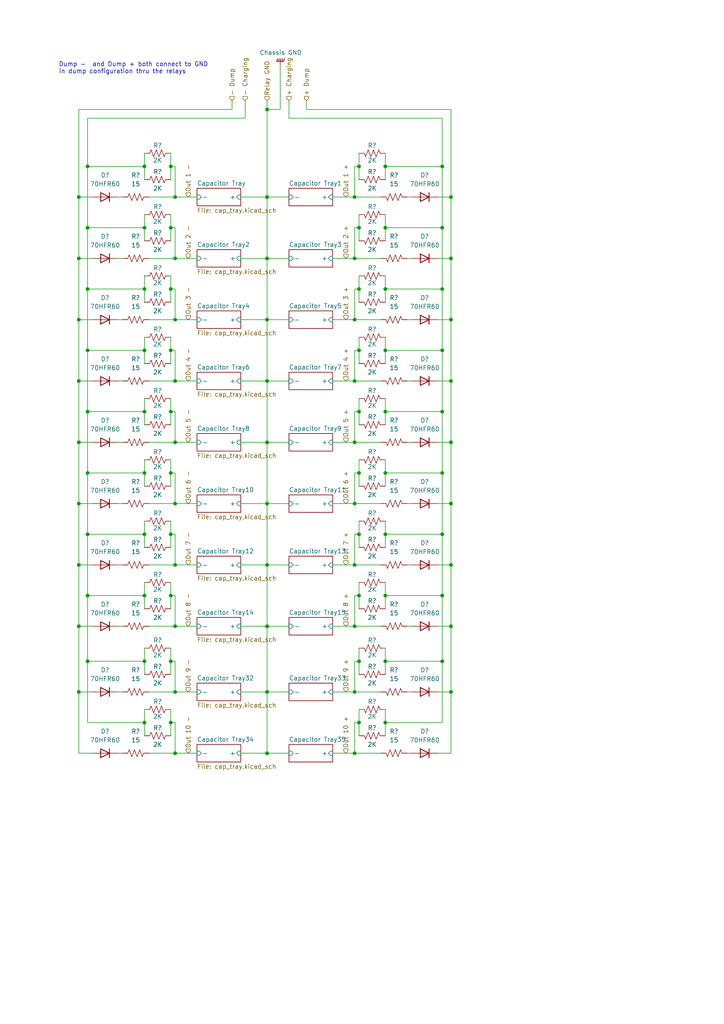
<source format=kicad_sch>
(kicad_sch (version 20250114) (generator "eeschema") (generator_version "9.0")
  (paper "A4" portrait)
  (lib_symbols
    (symbol "Device:D" (pin_numbers (hide yes)) (pin_names (offset 1.016) (hide yes))
      (property "Reference" "D" (at 0 2.54 0))
      (property "Value" "D" (at 0 -2.54 0))
      (symbol "D_0_1"
        (polyline (pts (xy -1.27 1.27) (xy -1.27 -1.27)) (stroke (width 0.254)))
        (polyline (pts (xy 1.27 1.27) (xy 1.27 -1.27) (xy -1.27 0) (xy 1.27 1.27)) (stroke (width 0.254)))
        (polyline (pts (xy 1.27 0) (xy -1.27 0)))
      )
      (symbol "D_1_1"
        (pin passive line (at -3.81 0 0) (length 2.54) (name "K") (number "1"))
        (pin passive line (at 3.81 0 180) (length 2.54) (name "A") (number "2"))
      )
    )
    (symbol "Device:R_US" (pin_numbers (hide yes)) (pin_names (offset 0))
      (property "Reference" "R" (at 2.54 0 90))
      (property "Value" "R_US" (at -2.54 0 90))
      (symbol "R_US_0_1"
        (polyline (pts (xy 0 2.286) (xy 0 2.54)))
        (polyline (pts (xy 0 2.286) (xy 1.016 1.905) (xy 0 1.524) (xy -1.016 1.143) (xy 0 0.762)))
        (polyline (pts (xy 0 0.762) (xy 1.016 0.381) (xy 0 0) (xy -1.016 -0.381) (xy 0 -0.762)))
        (polyline (pts (xy 0 -0.762) (xy 1.016 -1.143) (xy 0 -1.524) (xy -1.016 -1.905) (xy 0 -2.286)))
        (polyline (pts (xy 0 -2.286) (xy 0 -2.54)))
      )
      (symbol "R_US_1_1"
        (pin passive line (at 0 3.81 270) (length 1.27) (name "~") (number "1"))
        (pin passive line (at 0 -3.81 90) (length 1.27) (name "~") (number "2"))
      )
    )
    (symbol "power:GNDPWR" (power) (pin_numbers (hide yes)) (pin_names (offset 0) (hide yes))
      (property "Value" "GNDPWR" (at 0 -3.302 0))
      (symbol "GNDPWR_0_1"
        (polyline (pts (xy -1.016 -1.27) (xy -1.27 -2.032) (xy -1.27 -2.032)) (stroke (width 0.2032)))
        (polyline (pts (xy -0.508 -1.27) (xy -0.762 -2.032) (xy -0.762 -2.032)) (stroke (width 0.2032)))
        (polyline (pts (xy 0 -1.27) (xy 0 0)))
        (polyline (pts (xy 0 -1.27) (xy -0.254 -2.032) (xy -0.254 -2.032)) (stroke (width 0.2032)))
        (polyline (pts (xy 0.508 -1.27) (xy 0.254 -2.032) (xy 0.254 -2.032)) (stroke (width 0.2032)))
        (polyline (pts (xy 1.016 -1.27) (xy -1.016 -1.27) (xy -1.016 -1.27)) (stroke (width 0.2032)))
        (polyline (pts (xy 1.016 -1.27) (xy 0.762 -2.032) (xy 0.762 -2.032) (xy 0.762 -2.032)) (stroke (width 0.2032)))
      )
      (symbol "GNDPWR_1_1"
        (pin power_in line (at 0 0 270) (length 0) (name "~") (number "1"))
      )
    )
  )
  (text "Dump -  and Dump + both connect to GND\nin dump configuration thru the relays" (at 17.018 19.812 0) (effects (font (size 1.27 1.27)) (justify left)))
  (junction (at 111.76 154.94))
  (junction (at 102.87 218.44))
  (junction (at 77.47 163.83))
  (junction (at 77.47 200.66))
  (junction (at 49.53 48.26))
  (junction (at 22.86 57.15))
  (junction (at 49.53 101.6))
  (junction (at 111.76 66.04))
  (junction (at 77.47 218.44))
  (junction (at 41.91 209.55))
  (junction (at 41.91 66.04))
  (junction (at 130.81 57.15))
  (junction (at 41.91 119.38))
  (junction (at 77.47 181.61))
  (junction (at 41.91 191.77))
  (junction (at 41.91 172.72))
  (junction (at 22.86 163.83))
  (junction (at 25.4 191.77))
  (junction (at 50.8 163.83))
  (junction (at 49.53 191.77))
  (junction (at 22.86 128.27))
  (junction (at 102.87 181.61))
  (junction (at 22.86 200.66))
  (junction (at 25.4 172.72))
  (junction (at 49.53 209.55))
  (junction (at 104.14 119.38))
  (junction (at 102.87 74.93))
  (junction (at 25.4 83.82))
  (junction (at 104.14 48.26))
  (junction (at 111.76 209.55))
  (junction (at 104.14 172.72))
  (junction (at 49.53 83.82))
  (junction (at 50.8 57.15))
  (junction (at 50.8 92.71))
  (junction (at 104.14 83.82))
  (junction (at 41.91 83.82))
  (junction (at 130.81 181.61))
  (junction (at 102.87 92.71))
  (junction (at 130.81 92.71))
  (junction (at 104.14 137.16))
  (junction (at 104.14 191.77))
  (junction (at 77.47 31.75))
  (junction (at 102.87 200.66))
  (junction (at 102.87 57.15))
  (junction (at 111.76 191.77))
  (junction (at 22.86 92.71))
  (junction (at 130.81 200.66))
  (junction (at 111.76 137.16))
  (junction (at 50.8 146.05))
  (junction (at 50.8 110.49))
  (junction (at 130.81 110.49))
  (junction (at 49.53 154.94))
  (junction (at 50.8 74.93))
  (junction (at 50.8 128.27))
  (junction (at 25.4 66.04))
  (junction (at 128.27 137.16))
  (junction (at 128.27 191.77))
  (junction (at 111.76 119.38))
  (junction (at 22.86 110.49))
  (junction (at 50.8 200.66))
  (junction (at 111.76 101.6))
  (junction (at 22.86 181.61))
  (junction (at 49.53 172.72))
  (junction (at 77.47 128.27))
  (junction (at 25.4 101.6))
  (junction (at 25.4 137.16))
  (junction (at 77.47 110.49))
  (junction (at 102.87 110.49))
  (junction (at 104.14 101.6))
  (junction (at 128.27 172.72))
  (junction (at 49.53 137.16))
  (junction (at 128.27 48.26))
  (junction (at 77.47 92.71))
  (junction (at 25.4 48.26))
  (junction (at 102.87 128.27))
  (junction (at 130.81 163.83))
  (junction (at 111.76 172.72))
  (junction (at 128.27 119.38))
  (junction (at 77.47 74.93))
  (junction (at 111.76 48.26))
  (junction (at 104.14 154.94))
  (junction (at 111.76 83.82))
  (junction (at 77.47 146.05))
  (junction (at 102.87 163.83))
  (junction (at 77.47 57.15))
  (junction (at 50.8 218.44))
  (junction (at 104.14 209.55))
  (junction (at 128.27 154.94))
  (junction (at 25.4 154.94))
  (junction (at 22.86 74.93))
  (junction (at 130.81 128.27))
  (junction (at 130.81 74.93))
  (junction (at 41.91 48.26))
  (junction (at 41.91 137.16))
  (junction (at 41.91 154.94))
  (junction (at 128.27 83.82))
  (junction (at 128.27 66.04))
  (junction (at 49.53 119.38))
  (junction (at 130.81 146.05))
  (junction (at 41.91 101.6))
  (junction (at 102.87 146.05))
  (junction (at 128.27 101.6))
  (junction (at 104.14 66.04))
  (junction (at 25.4 119.38))
  (junction (at 49.53 66.04))
  (junction (at 22.86 146.05))
  (junction (at 50.8 181.61))
  (wire (pts (xy 110.49 57.15) (xy 102.87 57.15)))
  (wire (pts (xy 77.47 110.49) (xy 83.82 110.49)))
  (wire (pts (xy 119.38 110.49) (xy 118.11 110.49)))
  (wire (pts (xy 77.47 92.71) (xy 83.82 92.71)))
  (wire (pts (xy 111.76 44.45) (xy 111.76 48.26)))
  (wire (pts (xy 111.76 62.23) (xy 111.76 66.04)))
  (wire (pts (xy 49.53 172.72) (xy 50.8 172.72)))
  (wire (pts (xy 49.53 48.26) (xy 49.53 52.07)))
  (wire (pts (xy 111.76 154.94) (xy 111.76 158.75)))
  (wire (pts (xy 41.91 137.16) (xy 41.91 140.97)))
  (wire (pts (xy 102.87 137.16) (xy 102.87 146.05)))
  (wire (pts (xy 104.14 48.26) (xy 102.87 48.26)))
  (wire (pts (xy 41.91 187.96) (xy 41.91 191.77)))
  (wire (pts (xy 77.47 146.05) (xy 83.82 146.05)))
  (wire (pts (xy 43.18 146.05) (xy 50.8 146.05)))
  (wire (pts (xy 102.87 191.77) (xy 102.87 200.66)))
  (wire (pts (xy 111.76 119.38) (xy 111.76 123.19)))
  (wire (pts (xy 25.4 66.04) (xy 25.4 83.82)))
  (wire (pts (xy 130.81 181.61) (xy 127 181.61)))
  (wire (pts (xy 104.14 119.38) (xy 102.87 119.38)))
  (wire (pts (xy 22.86 200.66) (xy 26.67 200.66)))
  (wire (pts (xy 41.91 151.13) (xy 41.91 154.94)))
  (wire (pts (xy 50.8 74.93) (xy 57.15 74.93)))
  (wire (pts (xy 41.91 97.79) (xy 41.91 101.6)))
  (wire (pts (xy 130.81 110.49) (xy 127 110.49)))
  (wire (pts (xy 50.8 128.27) (xy 57.15 128.27)))
  (wire (pts (xy 128.27 66.04) (xy 128.27 83.82)))
  (wire (pts (xy 50.8 172.72) (xy 50.8 181.61)))
  (wire (pts (xy 111.76 83.82) (xy 111.76 87.63)))
  (wire (pts (xy 34.29 74.93) (xy 35.56 74.93)))
  (wire (pts (xy 49.53 137.16) (xy 50.8 137.16)))
  (wire (pts (xy 49.53 115.57) (xy 49.53 119.38)))
  (wire (pts (xy 102.87 154.94) (xy 102.87 163.83)))
  (wire (pts (xy 22.86 146.05) (xy 22.86 163.83)))
  (wire (pts (xy 88.9 31.75) (xy 130.81 31.75)))
  (wire (pts (xy 81.28 19.05) (xy 81.28 31.75)))
  (wire (pts (xy 130.81 163.83) (xy 127 163.83)))
  (wire (pts (xy 34.29 57.15) (xy 35.56 57.15)))
  (wire (pts (xy 77.47 74.93) (xy 83.82 74.93)))
  (wire (pts (xy 49.53 119.38) (xy 49.53 123.19)))
  (wire (pts (xy 104.14 62.23) (xy 104.14 66.04)))
  (wire (pts (xy 50.8 218.44) (xy 57.15 218.44)))
  (wire (pts (xy 25.4 34.29) (xy 71.12 34.29)))
  (wire (pts (xy 88.9 31.75) (xy 88.9 29.21)))
  (wire (pts (xy 111.76 151.13) (xy 111.76 154.94)))
  (wire (pts (xy 49.53 66.04) (xy 49.53 69.85)))
  (wire (pts (xy 128.27 137.16) (xy 128.27 154.94)))
  (wire (pts (xy 41.91 80.01) (xy 41.91 83.82)))
  (wire (pts (xy 111.76 209.55) (xy 111.76 213.36)))
  (wire (pts (xy 130.81 218.44) (xy 127 218.44)))
  (wire (pts (xy 130.81 181.61) (xy 130.81 200.66)))
  (wire (pts (xy 49.53 187.96) (xy 49.53 191.77)))
  (wire (pts (xy 104.14 119.38) (xy 104.14 123.19)))
  (wire (pts (xy 102.87 181.61) (xy 96.52 181.61)))
  (wire (pts (xy 130.81 31.75) (xy 130.81 57.15)))
  (wire (pts (xy 50.8 209.55) (xy 50.8 218.44)))
  (wire (pts (xy 41.91 62.23) (xy 41.91 66.04)))
  (wire (pts (xy 25.4 191.77) (xy 25.4 209.55)))
  (wire (pts (xy 22.86 181.61) (xy 22.86 200.66)))
  (wire (pts (xy 49.53 191.77) (xy 50.8 191.77)))
  (wire (pts (xy 130.81 128.27) (xy 127 128.27)))
  (wire (pts (xy 41.91 209.55) (xy 41.91 213.36)))
  (wire (pts (xy 111.76 115.57) (xy 111.76 119.38)))
  (wire (pts (xy 102.87 128.27) (xy 96.52 128.27)))
  (wire (pts (xy 22.86 163.83) (xy 26.67 163.83)))
  (wire (pts (xy 102.87 209.55) (xy 102.87 218.44)))
  (wire (pts (xy 110.49 146.05) (xy 102.87 146.05)))
  (wire (pts (xy 104.14 101.6) (xy 104.14 105.41)))
  (wire (pts (xy 22.86 57.15) (xy 26.67 57.15)))
  (wire (pts (xy 22.86 92.71) (xy 22.86 110.49)))
  (wire (pts (xy 49.53 154.94) (xy 50.8 154.94)))
  (wire (pts (xy 128.27 48.26) (xy 128.27 66.04)))
  (wire (pts (xy 49.53 62.23) (xy 49.53 66.04)))
  (wire (pts (xy 130.81 163.83) (xy 130.81 181.61)))
  (wire (pts (xy 102.87 66.04) (xy 102.87 74.93)))
  (wire (pts (xy 41.91 168.91) (xy 41.91 172.72)))
  (wire (pts (xy 128.27 119.38) (xy 128.27 137.16)))
  (wire (pts (xy 111.76 48.26) (xy 111.76 52.07)))
  (wire (pts (xy 77.47 146.05) (xy 77.47 163.83)))
  (wire (pts (xy 102.87 101.6) (xy 102.87 110.49)))
  (wire (pts (xy 71.12 29.21) (xy 71.12 34.29)))
  (wire (pts (xy 22.86 200.66) (xy 22.86 218.44)))
  (wire (pts (xy 111.76 205.74) (xy 111.76 209.55)))
  (wire (pts (xy 77.47 200.66) (xy 83.82 200.66)))
  (wire (pts (xy 25.4 101.6) (xy 25.4 119.38)))
  (wire (pts (xy 102.87 146.05) (xy 96.52 146.05)))
  (wire (pts (xy 104.14 101.6) (xy 102.87 101.6)))
  (wire (pts (xy 25.4 48.26) (xy 25.4 66.04)))
  (wire (pts (xy 102.87 110.49) (xy 96.52 110.49)))
  (wire (pts (xy 110.49 128.27) (xy 102.87 128.27)))
  (wire (pts (xy 130.81 57.15) (xy 127 57.15)))
  (wire (pts (xy 104.14 48.26) (xy 104.14 52.07)))
  (wire (pts (xy 22.86 74.93) (xy 26.67 74.93)))
  (wire (pts (xy 43.18 200.66) (xy 50.8 200.66)))
  (wire (pts (xy 50.8 66.04) (xy 50.8 74.93)))
  (wire (pts (xy 34.29 146.05) (xy 35.56 146.05)))
  (wire (pts (xy 50.8 57.15) (xy 57.15 57.15)))
  (wire (pts (xy 130.81 110.49) (xy 130.81 128.27)))
  (wire (pts (xy 104.14 154.94) (xy 102.87 154.94)))
  (wire (pts (xy 25.4 34.29) (xy 25.4 48.26)))
  (wire (pts (xy 69.85 92.71) (xy 77.47 92.71)))
  (wire (pts (xy 25.4 154.94) (xy 41.91 154.94)))
  (wire (pts (xy 25.4 172.72) (xy 25.4 191.77)))
  (wire (pts (xy 41.91 133.35) (xy 41.91 137.16)))
  (wire (pts (xy 69.85 57.15) (xy 77.47 57.15)))
  (wire (pts (xy 69.85 218.44) (xy 77.47 218.44)))
  (wire (pts (xy 119.38 128.27) (xy 118.11 128.27)))
  (wire (pts (xy 49.53 66.04) (xy 50.8 66.04)))
  (wire (pts (xy 25.4 137.16) (xy 41.91 137.16)))
  (wire (pts (xy 110.49 74.93) (xy 102.87 74.93)))
  (wire (pts (xy 104.14 97.79) (xy 104.14 101.6)))
  (wire (pts (xy 111.76 66.04) (xy 111.76 69.85)))
  (wire (pts (xy 49.53 209.55) (xy 50.8 209.55)))
  (wire (pts (xy 67.31 29.21) (xy 67.31 31.75)))
  (wire (pts (xy 110.49 110.49) (xy 102.87 110.49)))
  (wire (pts (xy 104.14 133.35) (xy 104.14 137.16)))
  (wire (pts (xy 77.47 57.15) (xy 77.47 74.93)))
  (wire (pts (xy 111.76 97.79) (xy 111.76 101.6)))
  (wire (pts (xy 130.81 146.05) (xy 127 146.05)))
  (wire (pts (xy 102.87 218.44) (xy 96.52 218.44)))
  (wire (pts (xy 49.53 80.01) (xy 49.53 83.82)))
  (wire (pts (xy 104.14 137.16) (xy 102.87 137.16)))
  (wire (pts (xy 41.91 66.04) (xy 41.91 69.85)))
  (wire (pts (xy 119.38 57.15) (xy 118.11 57.15)))
  (wire (pts (xy 110.49 181.61) (xy 102.87 181.61)))
  (wire (pts (xy 22.86 181.61) (xy 26.67 181.61)))
  (wire (pts (xy 43.18 163.83) (xy 50.8 163.83)))
  (wire (pts (xy 41.91 44.45) (xy 41.91 48.26)))
  (wire (pts (xy 49.53 172.72) (xy 49.53 176.53)))
  (wire (pts (xy 41.91 119.38) (xy 41.91 123.19)))
  (wire (pts (xy 67.31 31.75) (xy 22.86 31.75)))
  (wire (pts (xy 104.14 154.94) (xy 104.14 158.75)))
  (wire (pts (xy 43.18 74.93) (xy 50.8 74.93)))
  (wire (pts (xy 34.29 92.71) (xy 35.56 92.71)))
  (wire (pts (xy 104.14 172.72) (xy 104.14 176.53)))
  (wire (pts (xy 22.86 128.27) (xy 22.86 146.05)))
  (wire (pts (xy 22.86 31.75) (xy 22.86 57.15)))
  (wire (pts (xy 119.38 146.05) (xy 118.11 146.05)))
  (wire (pts (xy 69.85 74.93) (xy 77.47 74.93)))
  (wire (pts (xy 69.85 110.49) (xy 77.47 110.49)))
  (wire (pts (xy 104.14 172.72) (xy 102.87 172.72)))
  (wire (pts (xy 69.85 200.66) (xy 77.47 200.66)))
  (wire (pts (xy 104.14 191.77) (xy 102.87 191.77)))
  (wire (pts (xy 77.47 218.44) (xy 83.82 218.44)))
  (wire (pts (xy 128.27 119.38) (xy 111.76 119.38)))
  (wire (pts (xy 77.47 29.21) (xy 77.47 31.75)))
  (wire (pts (xy 34.29 163.83) (xy 35.56 163.83)))
  (wire (pts (xy 25.4 191.77) (xy 41.91 191.77)))
  (wire (pts (xy 104.14 191.77) (xy 104.14 195.58)))
  (wire (pts (xy 43.18 128.27) (xy 50.8 128.27)))
  (wire (pts (xy 50.8 146.05) (xy 57.15 146.05)))
  (wire (pts (xy 49.53 209.55) (xy 49.53 213.36)))
  (wire (pts (xy 22.86 110.49) (xy 26.67 110.49)))
  (wire (pts (xy 25.4 137.16) (xy 25.4 154.94)))
  (wire (pts (xy 104.14 209.55) (xy 102.87 209.55)))
  (wire (pts (xy 25.4 172.72) (xy 41.91 172.72)))
  (wire (pts (xy 102.87 57.15) (xy 96.52 57.15)))
  (wire (pts (xy 102.87 172.72) (xy 102.87 181.61)))
  (wire (pts (xy 130.81 92.71) (xy 127 92.71)))
  (wire (pts (xy 50.8 137.16) (xy 50.8 146.05)))
  (wire (pts (xy 119.38 181.61) (xy 118.11 181.61)))
  (wire (pts (xy 41.91 115.57) (xy 41.91 119.38)))
  (wire (pts (xy 50.8 119.38) (xy 50.8 128.27)))
  (wire (pts (xy 34.29 181.61) (xy 35.56 181.61)))
  (wire (pts (xy 130.81 200.66) (xy 127 200.66)))
  (wire (pts (xy 22.86 218.44) (xy 26.67 218.44)))
  (wire (pts (xy 34.29 218.44) (xy 35.56 218.44)))
  (wire (pts (xy 49.53 133.35) (xy 49.53 137.16)))
  (wire (pts (xy 102.87 83.82) (xy 102.87 92.71)))
  (wire (pts (xy 111.76 101.6) (xy 111.76 105.41)))
  (wire (pts (xy 77.47 31.75) (xy 81.28 31.75)))
  (wire (pts (xy 50.8 48.26) (xy 50.8 57.15)))
  (wire (pts (xy 110.49 92.71) (xy 102.87 92.71)))
  (wire (pts (xy 43.18 218.44) (xy 50.8 218.44)))
  (wire (pts (xy 104.14 115.57) (xy 104.14 119.38)))
  (wire (pts (xy 77.47 128.27) (xy 77.47 146.05)))
  (wire (pts (xy 128.27 83.82) (xy 128.27 101.6)))
  (wire (pts (xy 34.29 128.27) (xy 35.56 128.27)))
  (wire (pts (xy 50.8 101.6) (xy 50.8 110.49)))
  (wire (pts (xy 50.8 83.82) (xy 50.8 92.71)))
  (wire (pts (xy 50.8 110.49) (xy 57.15 110.49)))
  (wire (pts (xy 49.53 137.16) (xy 49.53 140.97)))
  (wire (pts (xy 119.38 200.66) (xy 118.11 200.66)))
  (wire (pts (xy 119.38 92.71) (xy 118.11 92.71)))
  (wire (pts (xy 22.86 163.83) (xy 22.86 181.61)))
  (wire (pts (xy 130.81 128.27) (xy 130.81 146.05)))
  (wire (pts (xy 43.18 92.71) (xy 50.8 92.71)))
  (wire (pts (xy 49.53 151.13) (xy 49.53 154.94)))
  (wire (pts (xy 128.27 34.29) (xy 83.82 34.29)))
  (wire (pts (xy 128.27 209.55) (xy 111.76 209.55)))
  (wire (pts (xy 41.91 101.6) (xy 41.91 105.41)))
  (wire (pts (xy 34.29 200.66) (xy 35.56 200.66)))
  (wire (pts (xy 128.27 101.6) (xy 111.76 101.6)))
  (wire (pts (xy 69.85 181.61) (xy 77.47 181.61)))
  (wire (pts (xy 22.86 128.27) (xy 26.67 128.27)))
  (wire (pts (xy 111.76 137.16) (xy 111.76 140.97)))
  (wire (pts (xy 49.53 48.26) (xy 50.8 48.26)))
  (wire (pts (xy 49.53 168.91) (xy 49.53 172.72)))
  (wire (pts (xy 104.14 66.04) (xy 104.14 69.85)))
  (wire (pts (xy 104.14 209.55) (xy 104.14 213.36)))
  (wire (pts (xy 25.4 83.82) (xy 25.4 101.6)))
  (wire (pts (xy 43.18 57.15) (xy 50.8 57.15)))
  (wire (pts (xy 41.91 191.77) (xy 41.91 195.58)))
  (wire (pts (xy 77.47 31.75) (xy 77.47 57.15)))
  (wire (pts (xy 130.81 200.66) (xy 130.81 218.44)))
  (wire (pts (xy 77.47 110.49) (xy 77.47 128.27)))
  (wire (pts (xy 111.76 187.96) (xy 111.76 191.77)))
  (wire (pts (xy 49.53 154.94) (xy 49.53 158.75)))
  (wire (pts (xy 111.76 80.01) (xy 111.76 83.82)))
  (wire (pts (xy 25.4 119.38) (xy 41.91 119.38)))
  (wire (pts (xy 22.86 146.05) (xy 26.67 146.05)))
  (wire (pts (xy 41.91 48.26) (xy 41.91 52.07)))
  (wire (pts (xy 130.81 74.93) (xy 130.81 92.71)))
  (wire (pts (xy 104.14 187.96) (xy 104.14 191.77)))
  (wire (pts (xy 25.4 66.04) (xy 41.91 66.04)))
  (wire (pts (xy 128.27 172.72) (xy 111.76 172.72)))
  (wire (pts (xy 104.14 66.04) (xy 102.87 66.04)))
  (wire (pts (xy 25.4 101.6) (xy 41.91 101.6)))
  (wire (pts (xy 77.47 200.66) (xy 77.47 218.44)))
  (wire (pts (xy 22.86 92.71) (xy 26.67 92.71)))
  (wire (pts (xy 102.87 163.83) (xy 96.52 163.83)))
  (wire (pts (xy 50.8 181.61) (xy 57.15 181.61)))
  (wire (pts (xy 102.87 119.38) (xy 102.87 128.27)))
  (wire (pts (xy 50.8 200.66) (xy 57.15 200.66)))
  (wire (pts (xy 104.14 151.13) (xy 104.14 154.94)))
  (wire (pts (xy 119.38 74.93) (xy 118.11 74.93)))
  (wire (pts (xy 119.38 218.44) (xy 118.11 218.44)))
  (wire (pts (xy 130.81 74.93) (xy 127 74.93)))
  (wire (pts (xy 50.8 92.71) (xy 57.15 92.71)))
  (wire (pts (xy 49.53 205.74) (xy 49.53 209.55)))
  (wire (pts (xy 104.14 83.82) (xy 104.14 87.63)))
  (wire (pts (xy 130.81 57.15) (xy 130.81 74.93)))
  (wire (pts (xy 102.87 74.93) (xy 96.52 74.93)))
  (wire (pts (xy 77.47 181.61) (xy 83.82 181.61)))
  (wire (pts (xy 25.4 48.26) (xy 41.91 48.26)))
  (wire (pts (xy 77.47 74.93) (xy 77.47 92.71)))
  (wire (pts (xy 77.47 92.71) (xy 77.47 110.49)))
  (wire (pts (xy 49.53 101.6) (xy 50.8 101.6)))
  (wire (pts (xy 77.47 163.83) (xy 83.82 163.83)))
  (wire (pts (xy 128.27 191.77) (xy 111.76 191.77)))
  (wire (pts (xy 128.27 172.72) (xy 128.27 191.77)))
  (wire (pts (xy 25.4 83.82) (xy 41.91 83.82)))
  (wire (pts (xy 41.91 172.72) (xy 41.91 176.53)))
  (wire (pts (xy 49.53 191.77) (xy 49.53 195.58)))
  (wire (pts (xy 102.87 92.71) (xy 96.52 92.71)))
  (wire (pts (xy 41.91 154.94) (xy 41.91 158.75)))
  (wire (pts (xy 34.29 110.49) (xy 35.56 110.49)))
  (wire (pts (xy 25.4 209.55) (xy 41.91 209.55)))
  (wire (pts (xy 128.27 34.29) (xy 128.27 48.26)))
  (wire (pts (xy 102.87 200.66) (xy 96.52 200.66)))
  (wire (pts (xy 130.81 146.05) (xy 130.81 163.83)))
  (wire (pts (xy 77.47 181.61) (xy 77.47 200.66)))
  (wire (pts (xy 128.27 66.04) (xy 111.76 66.04)))
  (wire (pts (xy 111.76 172.72) (xy 111.76 176.53)))
  (wire (pts (xy 41.91 83.82) (xy 41.91 87.63)))
  (wire (pts (xy 128.27 48.26) (xy 111.76 48.26)))
  (wire (pts (xy 128.27 191.77) (xy 128.27 209.55)))
  (wire (pts (xy 41.91 205.74) (xy 41.91 209.55)))
  (wire (pts (xy 104.14 137.16) (xy 104.14 140.97)))
  (wire (pts (xy 110.49 200.66) (xy 102.87 200.66)))
  (wire (pts (xy 104.14 44.45) (xy 104.14 48.26)))
  (wire (pts (xy 50.8 191.77) (xy 50.8 200.66)))
  (wire (pts (xy 49.53 97.79) (xy 49.53 101.6)))
  (wire (pts (xy 25.4 119.38) (xy 25.4 137.16)))
  (wire (pts (xy 104.14 83.82) (xy 102.87 83.82)))
  (wire (pts (xy 128.27 154.94) (xy 128.27 172.72)))
  (wire (pts (xy 50.8 163.83) (xy 57.15 163.83)))
  (wire (pts (xy 49.53 83.82) (xy 49.53 87.63)))
  (wire (pts (xy 119.38 163.83) (xy 118.11 163.83)))
  (wire (pts (xy 111.76 133.35) (xy 111.76 137.16)))
  (wire (pts (xy 128.27 137.16) (xy 111.76 137.16)))
  (wire (pts (xy 25.4 154.94) (xy 25.4 172.72)))
  (wire (pts (xy 104.14 205.74) (xy 104.14 209.55)))
  (wire (pts (xy 111.76 191.77) (xy 111.76 195.58)))
  (wire (pts (xy 110.49 163.83) (xy 102.87 163.83)))
  (wire (pts (xy 22.86 110.49) (xy 22.86 128.27)))
  (wire (pts (xy 104.14 80.01) (xy 104.14 83.82)))
  (wire (pts (xy 130.81 92.71) (xy 130.81 110.49)))
  (wire (pts (xy 104.14 168.91) (xy 104.14 172.72)))
  (wire (pts (xy 49.53 83.82) (xy 50.8 83.82)))
  (wire (pts (xy 102.87 48.26) (xy 102.87 57.15)))
  (wire (pts (xy 111.76 168.91) (xy 111.76 172.72)))
  (wire (pts (xy 110.49 218.44) (xy 102.87 218.44)))
  (wire (pts (xy 22.86 74.93) (xy 22.86 92.71)))
  (wire (pts (xy 22.86 57.15) (xy 22.86 74.93)))
  (wire (pts (xy 49.53 44.45) (xy 49.53 48.26)))
  (wire (pts (xy 43.18 110.49) (xy 50.8 110.49)))
  (wire (pts (xy 128.27 83.82) (xy 111.76 83.82)))
  (wire (pts (xy 69.85 146.05) (xy 77.47 146.05)))
  (wire (pts (xy 77.47 57.15) (xy 83.82 57.15)))
  (wire (pts (xy 43.18 181.61) (xy 50.8 181.61)))
  (wire (pts (xy 83.82 34.29) (xy 83.82 29.21)))
  (wire (pts (xy 128.27 101.6) (xy 128.27 119.38)))
  (wire (pts (xy 77.47 163.83) (xy 77.47 181.61)))
  (wire (pts (xy 77.47 128.27) (xy 83.82 128.27)))
  (wire (pts (xy 50.8 154.94) (xy 50.8 163.83)))
  (wire (pts (xy 69.85 128.27) (xy 77.47 128.27)))
  (wire (pts (xy 128.27 154.94) (xy 111.76 154.94)))
  (wire (pts (xy 49.53 101.6) (xy 49.53 105.41)))
  (wire (pts (xy 49.53 119.38) (xy 50.8 119.38)))
  (wire (pts (xy 69.85 163.83) (xy 77.47 163.83)))
  (hierarchical_label "Out 8 +" (shape input) (at 100.33 181.61 90))
  (hierarchical_label "Out 9 -" (shape input) (at 54.61 200.66 90))
  (hierarchical_label "Out 4 +" (shape input) (at 100.33 110.49 90))
  (hierarchical_label "Out 3 -" (shape input) (at 54.61 92.71 90))
  (hierarchical_label "Out 10 -" (shape input) (at 54.61 218.44 90))
  (hierarchical_label "Out 2 +" (shape input) (at 100.33 74.93 90))
  (hierarchical_label "Out 10 +" (shape input) (at 100.33 218.44 90))
  (hierarchical_label "Out 9 +" (shape input) (at 100.33 200.66 90))
  (hierarchical_label "Out 1 -" (shape input) (at 54.61 57.15 90))
  (hierarchical_label "- Dump" (shape input) (at 67.31 29.21 90))
  (hierarchical_label "Out 6 -" (shape input) (at 54.61 146.05 90))
  (hierarchical_label "Out 8 -" (shape input) (at 54.61 181.61 90))
  (hierarchical_label "Out 5 +" (shape input) (at 100.33 128.27 90))
  (hierarchical_label "Relay GND" (shape input) (at 77.47 29.21 90))
  (hierarchical_label "Out 2 -" (shape input) (at 54.61 74.93 90))
  (hierarchical_label "Out 3 +" (shape input) (at 100.33 92.71 90))
  (hierarchical_label "Out 4 -" (shape input) (at 54.61 110.49 90))
  (hierarchical_label "Out 6 +" (shape input) (at 100.33 146.05 90))
  (hierarchical_label "+ Dump" (shape input) (at 88.9 29.21 90))
  (hierarchical_label "+ Charging" (shape input) (at 83.82 29.21 90))
  (hierarchical_label "Out 7 -" (shape input) (at 54.61 163.83 90))
  (hierarchical_label "Out 1 +" (shape input) (at 100.33 57.15 90))
  (hierarchical_label "- Charging" (shape input) (at 71.12 29.21 90))
  (hierarchical_label "Out 7 +" (shape input) (at 100.33 163.83 90))
  (hierarchical_label "Out 5 -" (shape input) (at 54.61 128.27 90))
  (symbol (lib_id "Device:R_US") (at 45.72 44.45 90) (unit 1)
    (property "Reference" "R?" (at 45.72 42.164 90))
    (property "Value" "2K" (at 45.72 46.482 90))
    (property "Description" "Resistor, US symbol" (effects (hide yes)))
  )
  (symbol (lib_id "Device:D") (at 30.48 92.71 180) (unit 1)
    (property "Reference" "D?" (at 30.48 86.36 0))
    (property "Value" "70HFR60" (at 30.48 88.9 0))
    (property "Description" "Diode" (effects (hide yes)))
    (property "Sim.Device" "D" (effects (hide yes)))
    (property "Sim.Pins" "1=K 2=A" (effects (hide yes)))
  )
  (symbol (lib_id "Device:R_US") (at 45.72 115.57 90) (unit 1)
    (property "Reference" "R?" (at 45.72 113.284 90))
    (property "Value" "2K" (at 45.72 117.602 90))
    (property "Description" "Resistor, US symbol" (effects (hide yes)))
  )
  (symbol (lib_id "Device:R_US") (at 107.95 195.58 270) (mirror x) (unit 1)
    (property "Reference" "R?" (at 107.95 193.294 90))
    (property "Value" "2K" (at 107.95 198.12 90))
    (property "Description" "Resistor, US symbol" (effects (hide yes)))
  )
  (symbol (lib_id "Device:R_US") (at 107.95 123.19 270) (mirror x) (unit 1)
    (property "Reference" "R?" (at 107.95 120.904 90))
    (property "Value" "2K" (at 107.95 125.73 90))
    (property "Description" "Resistor, US symbol" (effects (hide yes)))
  )
  (symbol (lib_id "Device:R_US") (at 39.37 181.61 90) (unit 1)
    (property "Reference" "R?" (at 39.37 175.26 90))
    (property "Value" "15" (at 39.37 177.8 90))
    (property "Description" "Resistor, US symbol" (effects (hide yes)))
  )
  (symbol (lib_id "Device:R_US") (at 45.72 140.97 90) (unit 1)
    (property "Reference" "R?" (at 45.72 138.684 90))
    (property "Value" "2K" (at 45.72 143.51 90))
    (property "Description" "Resistor, US symbol" (effects (hide yes)))
  )
  (symbol (lib_id "Device:R_US") (at 107.95 151.13 270) (mirror x) (unit 1)
    (property "Reference" "R?" (at 107.95 148.844 90))
    (property "Value" "2K" (at 107.95 153.162 90))
    (property "Description" "Resistor, US symbol" (effects (hide yes)))
  )
  (symbol (lib_id "Device:R_US") (at 45.72 80.01 90) (unit 1)
    (property "Reference" "R?" (at 45.72 77.724 90))
    (property "Value" "2K" (at 45.72 82.042 90))
    (property "Description" "Resistor, US symbol" (effects (hide yes)))
  )
  (symbol (lib_id "Device:R_US") (at 45.72 133.35 90) (unit 1)
    (property "Reference" "R?" (at 45.72 131.064 90))
    (property "Value" "2K" (at 45.72 135.382 90))
    (property "Description" "Resistor, US symbol" (effects (hide yes)))
  )
  (symbol (lib_id "Device:R_US") (at 39.37 74.93 90) (unit 1)
    (property "Reference" "R?" (at 39.37 68.58 90))
    (property "Value" "15" (at 39.37 71.12 90))
    (property "Description" "Resistor, US symbol" (effects (hide yes)))
  )
  (symbol (lib_id "Device:D") (at 30.48 74.93 180) (unit 1)
    (property "Reference" "D?" (at 30.48 68.58 0))
    (property "Value" "70HFR60" (at 30.48 71.12 0))
    (property "Description" "Diode" (effects (hide yes)))
    (property "Sim.Device" "D" (effects (hide yes)))
    (property "Sim.Pins" "1=K 2=A" (effects (hide yes)))
  )
  (symbol (lib_id "power:GNDPWR") (at 81.28 19.05 180) (unit 1)
    (property "Reference" "#PWR01" (effects (hide yes)))
    (property "Value" "Chassis GND" (at 81.407 15.24 0))
    (property "Description" "Power symbol creates a global label with name \"GNDPWR\" , global ground" (effects (hide yes)))
    (instances (project "Power_Systems_Complete" (path "" (reference "#PWR0167") (unit 1)) (path "" (reference "#PWR01") (unit 1)) (path "" (reference "#PWR086") (unit 1)) (path "" (reference "#PWR0216") (unit 1))))
  )
  (symbol (lib_id "Device:D") (at 30.48 218.44 180) (unit 1)
    (property "Reference" "D?" (at 30.48 212.09 0))
    (property "Value" "70HFR60" (at 30.48 214.63 0))
    (property "Description" "Diode" (effects (hide yes)))
    (property "Sim.Device" "D" (effects (hide yes)))
    (property "Sim.Pins" "1=K 2=A" (effects (hide yes)))
  )
  (symbol (lib_id "Device:R_US") (at 45.72 158.75 90) (unit 1)
    (property "Reference" "R?" (at 45.72 156.464 90))
    (property "Value" "2K" (at 45.72 161.29 90))
    (property "Description" "Resistor, US symbol" (effects (hide yes)))
  )
  (symbol (lib_id "Device:R_US") (at 107.95 115.57 270) (mirror x) (unit 1)
    (property "Reference" "R?" (at 107.95 113.284 90))
    (property "Value" "2K" (at 107.95 117.602 90))
    (property "Description" "Resistor, US symbol" (effects (hide yes)))
  )
  (symbol (lib_id "Device:R_US") (at 107.95 69.85 270) (mirror x) (unit 1)
    (property "Reference" "R?" (at 107.95 67.564 90))
    (property "Value" "2K" (at 107.95 72.39 90))
    (property "Description" "Resistor, US symbol" (effects (hide yes)))
  )
  (symbol (lib_id "Device:R_US") (at 45.72 151.13 90) (unit 1)
    (property "Reference" "R?" (at 45.72 148.844 90))
    (property "Value" "2K" (at 45.72 153.162 90))
    (property "Description" "Resistor, US symbol" (effects (hide yes)))
  )
  (symbol (lib_id "Device:D") (at 123.19 110.49 0) (mirror y) (unit 1)
    (property "Reference" "D?" (at 123.19 104.14 0))
    (property "Value" "70HFR60" (at 123.19 106.68 0))
    (property "Description" "Diode" (effects (hide yes)))
    (property "Sim.Device" "D" (effects (hide yes)))
    (property "Sim.Pins" "1=K 2=A" (effects (hide yes)))
  )
  (symbol (lib_id "Device:R_US") (at 39.37 146.05 90) (unit 1)
    (property "Reference" "R?" (at 39.37 139.7 90))
    (property "Value" "15" (at 39.37 142.24 90))
    (property "Description" "Resistor, US symbol" (effects (hide yes)))
  )
  (symbol (lib_id "Device:R_US") (at 107.95 97.79 270) (mirror x) (unit 1)
    (property "Reference" "R?" (at 107.95 95.504 90))
    (property "Value" "2K" (at 107.95 99.822 90))
    (property "Description" "Resistor, US symbol" (effects (hide yes)))
  )
  (symbol (lib_id "Device:D") (at 123.19 128.27 0) (mirror y) (unit 1)
    (property "Reference" "D?" (at 123.19 121.92 0))
    (property "Value" "70HFR60" (at 123.19 124.46 0))
    (property "Description" "Diode" (effects (hide yes)))
    (property "Sim.Device" "D" (effects (hide yes)))
    (property "Sim.Pins" "1=K 2=A" (effects (hide yes)))
  )
  (symbol (lib_id "Device:D") (at 30.48 57.15 180) (unit 1)
    (property "Reference" "D?" (at 30.48 50.8 0))
    (property "Value" "70HFR60" (at 30.48 53.34 0))
    (property "Description" "Diode" (effects (hide yes)))
    (property "Sim.Device" "D" (effects (hide yes)))
    (property "Sim.Pins" "1=K 2=A" (effects (hide yes)))
  )
  (symbol (lib_id "Device:R_US") (at 107.95 158.75 270) (mirror x) (unit 1)
    (property "Reference" "R?" (at 107.95 156.464 90))
    (property "Value" "2K" (at 107.95 161.29 90))
    (property "Description" "Resistor, US symbol" (effects (hide yes)))
  )
  (symbol (lib_id "Device:D") (at 123.19 74.93 0) (mirror y) (unit 1)
    (property "Reference" "D?" (at 123.19 68.58 0))
    (property "Value" "70HFR60" (at 123.19 71.12 0))
    (property "Description" "Diode" (effects (hide yes)))
    (property "Sim.Device" "D" (effects (hide yes)))
    (property "Sim.Pins" "1=K 2=A" (effects (hide yes)))
  )
  (symbol (lib_id "Device:R_US") (at 107.95 205.74 270) (mirror x) (unit 1)
    (property "Reference" "R?" (at 107.95 203.454 90))
    (property "Value" "2K" (at 107.95 207.772 90))
    (property "Description" "Resistor, US symbol" (effects (hide yes)))
  )
  (symbol (lib_id "Device:R_US") (at 114.3 218.44 270) (mirror x) (unit 1)
    (property "Reference" "R?" (at 114.3 212.09 90))
    (property "Value" "15" (at 114.3 214.63 90))
    (property "Description" "Resistor, US symbol" (effects (hide yes)))
  )
  (symbol (lib_id "Device:R_US") (at 45.72 52.07 90) (unit 1)
    (property "Reference" "R?" (at 45.72 49.784 90))
    (property "Value" "2K" (at 45.72 54.61 90))
    (property "Description" "Resistor, US symbol" (effects (hide yes)))
  )
  (symbol (lib_id "Device:R_US") (at 107.95 80.01 270) (mirror x) (unit 1)
    (property "Reference" "R?" (at 107.95 77.724 90))
    (property "Value" "2K" (at 107.95 82.042 90))
    (property "Description" "Resistor, US symbol" (effects (hide yes)))
  )
  (symbol (lib_id "Device:R_US") (at 45.72 168.91 90) (unit 1)
    (property "Reference" "R?" (at 45.72 166.624 90))
    (property "Value" "2K" (at 45.72 170.942 90))
    (property "Description" "Resistor, US symbol" (effects (hide yes)))
  )
  (symbol (lib_id "Device:R_US") (at 107.95 105.41 270) (mirror x) (unit 1)
    (property "Reference" "R?" (at 107.95 103.124 90))
    (property "Value" "2K" (at 107.95 107.95 90))
    (property "Description" "Resistor, US symbol" (effects (hide yes)))
  )
  (symbol (lib_id "Device:R_US") (at 45.72 105.41 90) (unit 1)
    (property "Reference" "R?" (at 45.72 103.124 90))
    (property "Value" "2K" (at 45.72 107.95 90))
    (property "Description" "Resistor, US symbol" (effects (hide yes)))
  )
  (symbol (lib_id "Device:R_US") (at 114.3 128.27 270) (mirror x) (unit 1)
    (property "Reference" "R?" (at 114.3 121.92 90))
    (property "Value" "15" (at 114.3 124.46 90))
    (property "Description" "Resistor, US symbol" (effects (hide yes)))
  )
  (symbol (lib_id "Device:R_US") (at 45.72 205.74 90) (unit 1)
    (property "Reference" "R?" (at 45.72 203.454 90))
    (property "Value" "2K" (at 45.72 207.772 90))
    (property "Description" "Resistor, US symbol" (effects (hide yes)))
  )
  (symbol (lib_id "Device:R_US") (at 107.95 187.96 270) (mirror x) (unit 1)
    (property "Reference" "R?" (at 107.95 185.674 90))
    (property "Value" "2K" (at 107.95 189.992 90))
    (property "Description" "Resistor, US symbol" (effects (hide yes)))
  )
  (symbol (lib_id "Device:R_US") (at 114.3 163.83 270) (mirror x) (unit 1)
    (property "Reference" "R?" (at 114.3 157.48 90))
    (property "Value" "15" (at 114.3 160.02 90))
    (property "Description" "Resistor, US symbol" (effects (hide yes)))
  )
  (symbol (lib_id "Device:R_US") (at 39.37 163.83 90) (unit 1)
    (property "Reference" "R?" (at 39.37 157.48 90))
    (property "Value" "15" (at 39.37 160.02 90))
    (property "Description" "Resistor, US symbol" (effects (hide yes)))
  )
  (symbol (lib_id "Device:R_US") (at 39.37 92.71 90) (unit 1)
    (property "Reference" "R?" (at 39.37 86.36 90))
    (property "Value" "15" (at 39.37 88.9 90))
    (property "Description" "Resistor, US symbol" (effects (hide yes)))
  )
  (symbol (lib_id "Device:R_US") (at 107.95 168.91 270) (mirror x) (unit 1)
    (property "Reference" "R?" (at 107.95 166.624 90))
    (property "Value" "2K" (at 107.95 170.942 90))
    (property "Description" "Resistor, US symbol" (effects (hide yes)))
  )
  (symbol (lib_id "Device:D") (at 123.19 146.05 0) (mirror y) (unit 1)
    (property "Reference" "D?" (at 123.19 139.7 0))
    (property "Value" "70HFR60" (at 123.19 142.24 0))
    (property "Description" "Diode" (effects (hide yes)))
    (property "Sim.Device" "D" (effects (hide yes)))
    (property "Sim.Pins" "1=K 2=A" (effects (hide yes)))
  )
  (symbol (lib_id "Device:R_US") (at 39.37 57.15 90) (unit 1)
    (property "Reference" "R?" (at 39.37 50.8 90))
    (property "Value" "15" (at 39.37 53.34 90))
    (property "Description" "Resistor, US symbol" (effects (hide yes)))
  )
  (symbol (lib_id "Device:R_US") (at 39.37 128.27 90) (unit 1)
    (property "Reference" "R?" (at 39.37 121.92 90))
    (property "Value" "15" (at 39.37 124.46 90))
    (property "Description" "Resistor, US symbol" (effects (hide yes)))
  )
  (symbol (lib_id "Device:R_US") (at 107.95 44.45 270) (mirror x) (unit 1)
    (property "Reference" "R?" (at 107.95 42.164 90))
    (property "Value" "2K" (at 107.95 46.482 90))
    (property "Description" "Resistor, US symbol" (effects (hide yes)))
  )
  (symbol (lib_id "Device:R_US") (at 45.72 195.58 90) (unit 1)
    (property "Reference" "R?" (at 45.72 193.294 90))
    (property "Value" "2K" (at 45.72 198.12 90))
    (property "Description" "Resistor, US symbol" (effects (hide yes)))
  )
  (symbol (lib_id "Device:D") (at 123.19 57.15 0) (mirror y) (unit 1)
    (property "Reference" "D?" (at 123.19 50.8 0))
    (property "Value" "70HFR60" (at 123.19 53.34 0))
    (property "Description" "Diode" (effects (hide yes)))
    (property "Sim.Device" "D" (effects (hide yes)))
    (property "Sim.Pins" "1=K 2=A" (effects (hide yes)))
  )
  (symbol (lib_id "Device:D") (at 123.19 200.66 0) (mirror y) (unit 1)
    (property "Reference" "D?" (at 123.19 194.31 0))
    (property "Value" "70HFR60" (at 123.19 196.85 0))
    (property "Description" "Diode" (effects (hide yes)))
    (property "Sim.Device" "D" (effects (hide yes)))
    (property "Sim.Pins" "1=K 2=A" (effects (hide yes)))
  )
  (symbol (lib_id "Device:R_US") (at 39.37 110.49 90) (unit 1)
    (property "Reference" "R?" (at 39.37 104.14 90))
    (property "Value" "15" (at 39.37 106.68 90))
    (property "Description" "Resistor, US symbol" (effects (hide yes)))
  )
  (symbol (lib_id "Device:R_US") (at 114.3 57.15 270) (mirror x) (unit 1)
    (property "Reference" "R?" (at 114.3 50.8 90))
    (property "Value" "15" (at 114.3 53.34 90))
    (property "Description" "Resistor, US symbol" (effects (hide yes)))
  )
  (symbol (lib_id "Device:R_US") (at 107.95 87.63 270) (mirror x) (unit 1)
    (property "Reference" "R?" (at 107.95 85.344 90))
    (property "Value" "2K" (at 107.95 90.17 90))
    (property "Description" "Resistor, US symbol" (effects (hide yes)))
  )
  (symbol (lib_id "Device:R_US") (at 45.72 69.85 90) (unit 1)
    (property "Reference" "R?" (at 45.72 67.564 90))
    (property "Value" "2K" (at 45.72 72.39 90))
    (property "Description" "Resistor, US symbol" (effects (hide yes)))
  )
  (symbol (lib_id "Device:R_US") (at 114.3 92.71 270) (mirror x) (unit 1)
    (property "Reference" "R?" (at 114.3 86.36 90))
    (property "Value" "15" (at 114.3 88.9 90))
    (property "Description" "Resistor, US symbol" (effects (hide yes)))
  )
  (symbol (lib_id "Device:R_US") (at 39.37 200.66 90) (unit 1)
    (property "Reference" "R?" (at 39.37 194.31 90))
    (property "Value" "15" (at 39.37 196.85 90))
    (property "Description" "Resistor, US symbol" (effects (hide yes)))
  )
  (symbol (lib_id "Device:R_US") (at 107.95 133.35 270) (mirror x) (unit 1)
    (property "Reference" "R?" (at 107.95 131.064 90))
    (property "Value" "2K" (at 107.95 135.382 90))
    (property "Description" "Resistor, US symbol" (effects (hide yes)))
  )
  (symbol (lib_id "Device:R_US") (at 45.72 213.36 90) (unit 1)
    (property "Reference" "R?" (at 45.72 211.074 90))
    (property "Value" "2K" (at 45.72 215.9 90))
    (property "Description" "Resistor, US symbol" (effects (hide yes)))
  )
  (symbol (lib_id "Device:R_US") (at 45.72 97.79 90) (unit 1)
    (property "Reference" "R?" (at 45.72 95.504 90))
    (property "Value" "2K" (at 45.72 99.822 90))
    (property "Description" "Resistor, US symbol" (effects (hide yes)))
  )
  (symbol (lib_id "Device:R_US") (at 45.72 187.96 90) (unit 1)
    (property "Reference" "R?" (at 45.72 185.674 90))
    (property "Value" "2K" (at 45.72 189.992 90))
    (property "Description" "Resistor, US symbol" (effects (hide yes)))
  )
  (symbol (lib_id "Device:R_US") (at 114.3 181.61 270) (mirror x) (unit 1)
    (property "Reference" "R?" (at 114.3 175.26 90))
    (property "Value" "15" (at 114.3 177.8 90))
    (property "Description" "Resistor, US symbol" (effects (hide yes)))
  )
  (symbol (lib_id "Device:R_US") (at 107.95 52.07 270) (mirror x) (unit 1)
    (property "Reference" "R?" (at 107.95 49.784 90))
    (property "Value" "2K" (at 107.95 54.61 90))
    (property "Description" "Resistor, US symbol" (effects (hide yes)))
  )
  (symbol (lib_id "Device:R_US") (at 45.72 176.53 90) (unit 1)
    (property "Reference" "R?" (at 45.72 174.244 90))
    (property "Value" "2K" (at 45.72 179.07 90))
    (property "Description" "Resistor, US symbol" (effects (hide yes)))
  )
  (symbol (lib_id "Device:R_US") (at 107.95 62.23 270) (mirror x) (unit 1)
    (property "Reference" "R?" (at 107.95 59.944 90))
    (property "Value" "2K" (at 107.95 64.262 90))
    (property "Description" "Resistor, US symbol" (effects (hide yes)))
  )
  (symbol (lib_id "Device:R_US") (at 114.3 110.49 270) (mirror x) (unit 1)
    (property "Reference" "R?" (at 114.3 104.14 90))
    (property "Value" "15" (at 114.3 106.68 90))
    (property "Description" "Resistor, US symbol" (effects (hide yes)))
  )
  (symbol (lib_id "Device:D") (at 123.19 92.71 0) (mirror y) (unit 1)
    (property "Reference" "D?" (at 123.19 86.36 0))
    (property "Value" "70HFR60" (at 123.19 88.9 0))
    (property "Description" "Diode" (effects (hide yes)))
    (property "Sim.Device" "D" (effects (hide yes)))
    (property "Sim.Pins" "1=K 2=A" (effects (hide yes)))
  )
  (symbol (lib_id "Device:D") (at 30.48 110.49 180) (unit 1)
    (property "Reference" "D?" (at 30.48 104.14 0))
    (property "Value" "70HFR60" (at 30.48 106.68 0))
    (property "Description" "Diode" (effects (hide yes)))
    (property "Sim.Device" "D" (effects (hide yes)))
    (property "Sim.Pins" "1=K 2=A" (effects (hide yes)))
  )
  (symbol (lib_id "Device:D") (at 30.48 181.61 180) (unit 1)
    (property "Reference" "D?" (at 30.48 175.26 0))
    (property "Value" "70HFR60" (at 30.48 177.8 0))
    (property "Description" "Diode" (effects (hide yes)))
    (property "Sim.Device" "D" (effects (hide yes)))
    (property "Sim.Pins" "1=K 2=A" (effects (hide yes)))
  )
  (symbol (lib_id "Device:D") (at 30.48 163.83 180) (unit 1)
    (property "Reference" "D?" (at 30.48 157.48 0))
    (property "Value" "70HFR60" (at 30.48 160.02 0))
    (property "Description" "Diode" (effects (hide yes)))
    (property "Sim.Device" "D" (effects (hide yes)))
    (property "Sim.Pins" "1=K 2=A" (effects (hide yes)))
  )
  (symbol (lib_id "Device:R_US") (at 114.3 74.93 270) (mirror x) (unit 1)
    (property "Reference" "R?" (at 114.3 68.58 90))
    (property "Value" "15" (at 114.3 71.12 90))
    (property "Description" "Resistor, US symbol" (effects (hide yes)))
  )
  (symbol (lib_id "Device:D") (at 123.19 163.83 0) (mirror y) (unit 1)
    (property "Reference" "D?" (at 123.19 157.48 0))
    (property "Value" "70HFR60" (at 123.19 160.02 0))
    (property "Description" "Diode" (effects (hide yes)))
    (property "Sim.Device" "D" (effects (hide yes)))
    (property "Sim.Pins" "1=K 2=A" (effects (hide yes)))
  )
  (symbol (lib_id "Device:D") (at 30.48 146.05 180) (unit 1)
    (property "Reference" "D?" (at 30.48 139.7 0))
    (property "Value" "70HFR60" (at 30.48 142.24 0))
    (property "Description" "Diode" (effects (hide yes)))
    (property "Sim.Device" "D" (effects (hide yes)))
    (property "Sim.Pins" "1=K 2=A" (effects (hide yes)))
  )
  (symbol (lib_id "Device:D") (at 123.19 181.61 0) (mirror y) (unit 1)
    (property "Reference" "D?" (at 123.19 175.26 0))
    (property "Value" "70HFR60" (at 123.19 177.8 0))
    (property "Description" "Diode" (effects (hide yes)))
    (property "Sim.Device" "D" (effects (hide yes)))
    (property "Sim.Pins" "1=K 2=A" (effects (hide yes)))
  )
  (symbol (lib_id "Device:R_US") (at 107.95 176.53 270) (mirror x) (unit 1)
    (property "Reference" "R?" (at 107.95 174.244 90))
    (property "Value" "2K" (at 107.95 179.07 90))
    (property "Description" "Resistor, US symbol" (effects (hide yes)))
  )
  (symbol (lib_id "Device:R_US") (at 114.3 200.66 270) (mirror x) (unit 1)
    (property "Reference" "R?" (at 114.3 194.31 90))
    (property "Value" "15" (at 114.3 196.85 90))
    (property "Description" "Resistor, US symbol" (effects (hide yes)))
  )
  (symbol (lib_id "Device:R_US") (at 107.95 140.97 270) (mirror x) (unit 1)
    (property "Reference" "R?" (at 107.95 138.684 90))
    (property "Value" "2K" (at 107.95 143.51 90))
    (property "Description" "Resistor, US symbol" (effects (hide yes)))
  )
  (symbol (lib_id "Device:D") (at 30.48 200.66 180) (unit 1)
    (property "Reference" "D?" (at 30.48 194.31 0))
    (property "Value" "70HFR60" (at 30.48 196.85 0))
    (property "Description" "Diode" (effects (hide yes)))
    (property "Sim.Device" "D" (effects (hide yes)))
    (property "Sim.Pins" "1=K 2=A" (effects (hide yes)))
  )
  (symbol (lib_id "Device:D") (at 123.19 218.44 0) (mirror y) (unit 1)
    (property "Reference" "D?" (at 123.19 212.09 0))
    (property "Value" "70HFR60" (at 123.19 214.63 0))
    (property "Description" "Diode" (effects (hide yes)))
    (property "Sim.Device" "D" (effects (hide yes)))
    (property "Sim.Pins" "1=K 2=A" (effects (hide yes)))
  )
  (symbol (lib_id "Device:R_US") (at 39.37 218.44 90) (unit 1)
    (property "Reference" "R?" (at 39.37 212.09 90))
    (property "Value" "15" (at 39.37 214.63 90))
    (property "Description" "Resistor, US symbol" (effects (hide yes)))
  )
  (symbol (lib_id "Device:R_US") (at 45.72 123.19 90) (unit 1)
    (property "Reference" "R?" (at 45.72 120.904 90))
    (property "Value" "2K" (at 45.72 125.73 90))
    (property "Description" "Resistor, US symbol" (effects (hide yes)))
  )
  (symbol (lib_id "Device:R_US") (at 45.72 87.63 90) (unit 1)
    (property "Reference" "R?" (at 45.72 85.344 90))
    (property "Value" "2K" (at 45.72 90.17 90))
    (property "Description" "Resistor, US symbol" (effects (hide yes)))
  )
  (symbol (lib_id "Device:R_US") (at 107.95 213.36 270) (mirror x) (unit 1)
    (property "Reference" "R?" (at 107.95 211.074 90))
    (property "Value" "2K" (at 107.95 215.9 90))
    (property "Description" "Resistor, US symbol" (effects (hide yes)))
  )
  (symbol (lib_id "Device:D") (at 30.48 128.27 180) (unit 1)
    (property "Reference" "D?" (at 30.48 121.92 0))
    (property "Value" "70HFR60" (at 30.48 124.46 0))
    (property "Description" "Diode" (effects (hide yes)))
    (property "Sim.Device" "D" (effects (hide yes)))
    (property "Sim.Pins" "1=K 2=A" (effects (hide yes)))
  )
  (symbol (lib_id "Device:R_US") (at 114.3 146.05 270) (mirror x) (unit 1)
    (property "Reference" "R?" (at 114.3 139.7 90))
    (property "Value" "15" (at 114.3 142.24 90))
    (property "Description" "Resistor, US symbol" (effects (hide yes)))
  )
  (symbol (lib_id "Device:R_US") (at 45.72 62.23 90) (unit 1)
    (property "Reference" "R?" (at 45.72 59.944 90))
    (property "Value" "2K" (at 45.72 64.262 90))
    (property "Description" "Resistor, US symbol" (effects (hide yes)))
  )
  (sheet (at 83.82 90.17) (size 12.7 5.08) (stroke (width 0.1524))
    (property "Sheetname" "Capacitor Tray5" (at 83.82 89.4584 0) (effects (justify left bottom)))
    (property "Sheetfile" "cap_tray.kicad_sch" (effects (hide yes)))
    (pin "-" input (at 83.82 92.71 180))
    (pin "+" input (at 96.52 92.71 0))
  )
  (sheet (at 57.15 90.17) (size 12.7 5.08) (stroke (width 0.1524))
    (property "Sheetname" "Capacitor Tray4" (at 57.15 89.4584 0) (effects (justify left bottom)))
    (property "Sheetfile" "cap_tray.kicad_sch" (at 57.15 95.8346 0) (effects (justify left top)))
    (pin "-" input (at 57.15 92.71 180))
    (pin "+" input (at 69.85 92.71 0))
  )
  (sheet (at 83.82 161.29) (size 12.7 5.08) (stroke (width 0.1524))
    (property "Sheetname" "Capacitor Tray13" (at 83.82 160.5784 0) (effects (justify left bottom)))
    (property "Sheetfile" "cap_tray.kicad_sch" (effects (hide yes)))
    (pin "-" input (at 83.82 163.83 180))
    (pin "+" input (at 96.52 163.83 0))
  )
  (sheet (at 83.82 107.95) (size 12.7 5.08) (stroke (width 0.1524))
    (property "Sheetname" "Capacitor Tray7" (at 83.82 107.2384 0) (effects (justify left bottom)))
    (property "Sheetfile" "cap_tray.kicad_sch" (effects (hide yes)))
    (pin "-" input (at 83.82 110.49 180))
    (pin "+" input (at 96.52 110.49 0))
  )
  (sheet (at 57.15 54.61) (size 12.7 5.08) (stroke (width 0.1524))
    (property "Sheetname" "Capacitor Tray" (at 57.15 53.8984 0) (effects (justify left bottom)))
    (property "Sheetfile" "cap_tray.kicad_sch" (at 57.15 60.2746 0) (effects (justify left top)))
    (pin "-" input (at 57.15 57.15 180))
    (pin "+" input (at 69.85 57.15 0))
  )
  (sheet (at 57.15 125.73) (size 12.7 5.08) (stroke (width 0.1524))
    (property "Sheetname" "Capacitor Tray8" (at 57.15 125.0184 0) (effects (justify left bottom)))
    (property "Sheetfile" "cap_tray.kicad_sch" (at 57.15 131.3946 0) (effects (justify left top)))
    (pin "-" input (at 57.15 128.27 180))
    (pin "+" input (at 69.85 128.27 0))
  )
  (sheet (at 83.82 125.73) (size 12.7 5.08) (stroke (width 0.1524))
    (property "Sheetname" "Capacitor Tray9" (at 83.82 125.0184 0) (effects (justify left bottom)))
    (property "Sheetfile" "cap_tray.kicad_sch" (effects (hide yes)))
    (pin "-" input (at 83.82 128.27 180))
    (pin "+" input (at 96.52 128.27 0))
  )
  (sheet (at 57.15 215.9) (size 12.7 5.08) (stroke (width 0.1524))
    (property "Sheetname" "Capacitor Tray34" (at 57.15 215.1884 0) (effects (justify left bottom)))
    (property "Sheetfile" "cap_tray.kicad_sch" (at 57.15 221.5646 0) (effects (justify left top)))
    (pin "-" input (at 57.15 218.44 180))
    (pin "+" input (at 69.85 218.44 0))
  )
  (sheet (at 83.82 72.39) (size 12.7 5.08) (stroke (width 0.1524))
    (property "Sheetname" "Capacitor Tray3" (at 83.82 71.6784 0) (effects (justify left bottom)))
    (property "Sheetfile" "cap_tray.kicad_sch" (effects (hide yes)))
    (pin "-" input (at 83.82 74.93 180))
    (pin "+" input (at 96.52 74.93 0))
  )
  (sheet (at 57.15 179.07) (size 12.7 5.08) (stroke (width 0.1524))
    (property "Sheetname" "Capacitor Tray14" (at 57.15 178.3584 0) (effects (justify left bottom)))
    (property "Sheetfile" "cap_tray.kicad_sch" (at 57.15 184.7346 0) (effects (justify left top)))
    (pin "-" input (at 57.15 181.61 180))
    (pin "+" input (at 69.85 181.61 0))
  )
  (sheet (at 83.82 54.61) (size 12.7 5.08) (stroke (width 0.1524))
    (property "Sheetname" "Capacitor Tray1" (at 83.82 53.8984 0) (effects (justify left bottom)))
    (property "Sheetfile" "cap_tray.kicad_sch" (effects (hide yes)))
    (pin "-" input (at 83.82 57.15 180))
    (pin "+" input (at 96.52 57.15 0))
  )
  (sheet (at 83.82 215.9) (size 12.7 5.08) (stroke (width 0.1524))
    (property "Sheetname" "Capacitor Tray35" (at 83.82 215.1884 0) (effects (justify left bottom)))
    (property "Sheetfile" "cap_tray.kicad_sch" (effects (hide yes)))
    (pin "-" input (at 83.82 218.44 180))
    (pin "+" input (at 96.52 218.44 0))
  )
  (sheet (at 57.15 107.95) (size 12.7 5.08) (stroke (width 0.1524))
    (property "Sheetname" "Capacitor Tray6" (at 57.15 107.2384 0) (effects (justify left bottom)))
    (property "Sheetfile" "cap_tray.kicad_sch" (at 57.15 113.6146 0) (effects (justify left top)))
    (pin "-" input (at 57.15 110.49 180))
    (pin "+" input (at 69.85 110.49 0))
  )
  (sheet (at 57.15 161.29) (size 12.7 5.08) (stroke (width 0.1524))
    (property "Sheetname" "Capacitor Tray12" (at 57.15 160.5784 0) (effects (justify left bottom)))
    (property "Sheetfile" "cap_tray.kicad_sch" (at 57.15 166.9546 0) (effects (justify left top)))
    (pin "-" input (at 57.15 163.83 180))
    (pin "+" input (at 69.85 163.83 0))
  )
  (sheet (at 57.15 143.51) (size 12.7 5.08) (stroke (width 0.1524))
    (property "Sheetname" "Capacitor Tray10" (at 57.15 142.7984 0) (effects (justify left bottom)))
    (property "Sheetfile" "cap_tray.kicad_sch" (at 57.15 149.1746 0) (effects (justify left top)))
    (pin "-" input (at 57.15 146.05 180))
    (pin "+" input (at 69.85 146.05 0))
  )
  (sheet (at 83.82 198.12) (size 12.7 5.08) (stroke (width 0.1524))
    (property "Sheetname" "Capacitor Tray33" (at 83.82 197.4084 0) (effects (justify left bottom)))
    (property "Sheetfile" "cap_tray.kicad_sch" (effects (hide yes)))
    (pin "-" input (at 83.82 200.66 180))
    (pin "+" input (at 96.52 200.66 0))
  )
  (sheet (at 57.15 72.39) (size 12.7 5.08) (stroke (width 0.1524))
    (property "Sheetname" "Capacitor Tray2" (at 57.15 71.6784 0) (effects (justify left bottom)))
    (property "Sheetfile" "cap_tray.kicad_sch" (at 57.15 78.0546 0) (effects (justify left top)))
    (pin "-" input (at 57.15 74.93 180))
    (pin "+" input (at 69.85 74.93 0))
  )
  (sheet (at 57.15 198.12) (size 12.7 5.08) (stroke (width 0.1524))
    (property "Sheetname" "Capacitor Tray32" (at 57.15 197.4084 0) (effects (justify left bottom)))
    (property "Sheetfile" "cap_tray.kicad_sch" (at 57.15 203.7846 0) (effects (justify left top)))
    (pin "-" input (at 57.15 200.66 180))
    (pin "+" input (at 69.85 200.66 0))
  )
  (sheet (at 83.82 179.07) (size 12.7 5.08) (stroke (width 0.1524))
    (property "Sheetname" "Capacitor Tray15" (at 83.82 178.3584 0) (effects (justify left bottom)))
    (property "Sheetfile" "cap_tray.kicad_sch" (effects (hide yes)))
    (pin "-" input (at 83.82 181.61 180))
    (pin "+" input (at 96.52 181.61 0))
  )
  (sheet (at 83.82 143.51) (size 12.7 5.08) (stroke (width 0.1524))
    (property "Sheetname" "Capacitor Tray11" (at 83.82 142.7984 0) (effects (justify left bottom)))
    (property "Sheetfile" "cap_tray.kicad_sch" (effects (hide yes)))
    (pin "-" input (at 83.82 146.05 180))
    (pin "+" input (at 96.52 146.05 0))
  )
)
</source>
